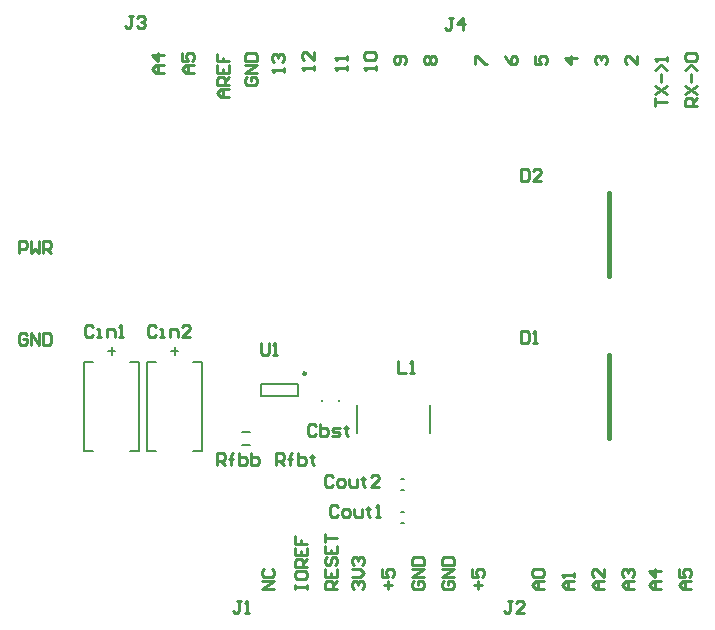
<source format=gto>
G04*
G04 #@! TF.GenerationSoftware,Altium Limited,Altium Designer,22.10.1 (41)*
G04*
G04 Layer_Color=65535*
%FSLAX44Y44*%
%MOMM*%
G71*
G04*
G04 #@! TF.SameCoordinates,3906EDFC-F3CD-4CEC-90A2-A8884CA3E33F*
G04*
G04*
G04 #@! TF.FilePolarity,Positive*
G04*
G01*
G75*
%ADD10C,0.2500*%
%ADD11C,0.2000*%
%ADD12C,0.4000*%
%ADD13C,0.2540*%
D10*
X312010Y223580D02*
G03*
X312010Y223580I-1250J0D01*
G01*
D11*
X274060Y204580D02*
Y214580D01*
X305060Y204580D02*
Y214580D01*
X274060Y204580D02*
X305060D01*
X274060Y214580D02*
X305060D01*
X197660Y242580D02*
X203660D01*
X200660Y239580D02*
Y245580D01*
X177660Y157580D02*
X185260D01*
X216060D02*
X223660D01*
Y233580D01*
X177660D02*
X185260D01*
X216060D02*
X223660D01*
X177660Y157580D02*
Y233580D01*
X355080Y173030D02*
Y196530D01*
X417080Y173030D02*
Y196530D01*
X257962Y163152D02*
X264262D01*
X257962Y173652D02*
X264262D01*
X325490Y199910D02*
Y201410D01*
X339990Y199910D02*
Y201410D01*
X392200Y133790D02*
X395200D01*
X392200Y125290D02*
X395200D01*
X144320Y242580D02*
X150320D01*
X147320Y239580D02*
Y245580D01*
X124320Y157580D02*
X131920D01*
X162720D02*
X170320D01*
Y233580D01*
X124320D02*
X131920D01*
X162720D02*
X170320D01*
X124320Y157580D02*
Y233580D01*
X392200Y105850D02*
X395200D01*
X392200Y97350D02*
X395200D01*
D12*
X568312Y306376D02*
Y376376D01*
Y169216D02*
Y239216D01*
D13*
X485987Y30478D02*
X482602D01*
X484294D01*
Y22014D01*
X482602Y20322D01*
X480909D01*
X479216Y22014D01*
X496144Y20322D02*
X489373D01*
X496144Y27093D01*
Y28786D01*
X494451Y30478D01*
X491066D01*
X489373Y28786D01*
X165693Y526032D02*
X162308D01*
X164000D01*
Y517568D01*
X162308Y515876D01*
X160615D01*
X158922Y517568D01*
X169079Y524340D02*
X170772Y526032D01*
X174157D01*
X175850Y524340D01*
Y522647D01*
X174157Y520954D01*
X172464D01*
X174157D01*
X175850Y519261D01*
Y517568D01*
X174157Y515876D01*
X170772D01*
X169079Y517568D01*
X436711Y524254D02*
X433326D01*
X435018D01*
Y515790D01*
X433326Y514098D01*
X431633D01*
X429940Y515790D01*
X445175Y514098D02*
Y524254D01*
X440097Y519176D01*
X446868D01*
X273812Y248917D02*
Y240453D01*
X275505Y238760D01*
X278890D01*
X280583Y240453D01*
Y248917D01*
X283969Y238760D02*
X287354D01*
X285662D01*
Y248917D01*
X283969Y247224D01*
X286178Y146052D02*
Y156208D01*
X291257D01*
X292950Y154516D01*
Y151130D01*
X291257Y149437D01*
X286178D01*
X289564D02*
X292950Y146052D01*
X298028D02*
Y154516D01*
Y151130D01*
X296335D01*
X299721D01*
X298028D01*
Y154516D01*
X299721Y156208D01*
X304799D02*
Y146052D01*
X309877D01*
X311570Y147744D01*
Y149437D01*
Y151130D01*
X309877Y152823D01*
X304799D01*
X316649Y154516D02*
Y152823D01*
X314956D01*
X318342D01*
X316649D01*
Y147744D01*
X318342Y146052D01*
X184825Y262718D02*
X183132Y264411D01*
X179747D01*
X178054Y262718D01*
Y255947D01*
X179747Y254254D01*
X183132D01*
X184825Y255947D01*
X188211Y254254D02*
X191596D01*
X189904D01*
Y261025D01*
X188211D01*
X196675Y254254D02*
Y261025D01*
X201753D01*
X203446Y259332D01*
Y254254D01*
X213603D02*
X206831D01*
X213603Y261025D01*
Y262718D01*
X211910Y264411D01*
X208524D01*
X206831Y262718D01*
X389469Y233678D02*
Y223522D01*
X396240D01*
X399626D02*
X403011D01*
X401318D01*
Y233678D01*
X399626Y231986D01*
X236226Y146052D02*
Y156208D01*
X241304D01*
X242997Y154516D01*
Y151130D01*
X241304Y149437D01*
X236226D01*
X239611D02*
X242997Y146052D01*
X248075D02*
Y154516D01*
Y151130D01*
X246383D01*
X249768D01*
X248075D01*
Y154516D01*
X249768Y156208D01*
X254846D02*
Y146052D01*
X259925D01*
X261618Y147744D01*
Y149437D01*
Y151130D01*
X259925Y152823D01*
X254846D01*
X265003Y156208D02*
Y146052D01*
X270082D01*
X271774Y147744D01*
Y149437D01*
Y151130D01*
X270082Y152823D01*
X265003D01*
X320043Y178646D02*
X318351Y180338D01*
X314965D01*
X313272Y178646D01*
Y171874D01*
X314965Y170182D01*
X318351D01*
X320043Y171874D01*
X323429Y180338D02*
Y170182D01*
X328507D01*
X330200Y171874D01*
Y173567D01*
Y175260D01*
X328507Y176953D01*
X323429D01*
X333586Y170182D02*
X338664D01*
X340357Y171874D01*
X338664Y173567D01*
X335278D01*
X333586Y175260D01*
X335278Y176953D01*
X340357D01*
X345435Y178646D02*
Y176953D01*
X343742D01*
X347128D01*
X345435D01*
Y171874D01*
X347128Y170182D01*
X494030Y396237D02*
Y386080D01*
X499108D01*
X500801Y387773D01*
Y394544D01*
X499108Y396237D01*
X494030D01*
X510958Y386080D02*
X504187D01*
X510958Y392851D01*
Y394544D01*
X509265Y396237D01*
X505880D01*
X504187Y394544D01*
X334439Y135466D02*
X332746Y137158D01*
X329360D01*
X327667Y135466D01*
Y128694D01*
X329360Y127002D01*
X332746D01*
X334439Y128694D01*
X339517Y127002D02*
X342902D01*
X344595Y128694D01*
Y132080D01*
X342902Y133773D01*
X339517D01*
X337824Y132080D01*
Y128694D01*
X339517Y127002D01*
X347981Y133773D02*
Y128694D01*
X349674Y127002D01*
X354752D01*
Y133773D01*
X359830Y135466D02*
Y133773D01*
X358138D01*
X361523D01*
X359830D01*
Y128694D01*
X361523Y127002D01*
X373373D02*
X366601D01*
X373373Y133773D01*
Y135466D01*
X371680Y137158D01*
X368294D01*
X366601Y135466D01*
X131485Y262718D02*
X129792Y264411D01*
X126407D01*
X124714Y262718D01*
Y255947D01*
X126407Y254254D01*
X129792D01*
X131485Y255947D01*
X134871Y254254D02*
X138256D01*
X136564D01*
Y261025D01*
X134871D01*
X143335Y254254D02*
Y261025D01*
X148413D01*
X150106Y259332D01*
Y254254D01*
X153491D02*
X156877D01*
X155184D01*
Y264411D01*
X153491Y262718D01*
X338671Y110066D02*
X336978Y111758D01*
X333593D01*
X331900Y110066D01*
Y103294D01*
X333593Y101602D01*
X336978D01*
X338671Y103294D01*
X343750Y101602D02*
X347135D01*
X348828Y103294D01*
Y106680D01*
X347135Y108373D01*
X343750D01*
X342057Y106680D01*
Y103294D01*
X343750Y101602D01*
X352214Y108373D02*
Y103294D01*
X353906Y101602D01*
X358985D01*
Y108373D01*
X364063Y110066D02*
Y108373D01*
X362370D01*
X365756D01*
X364063D01*
Y103294D01*
X365756Y101602D01*
X370834D02*
X374220D01*
X372527D01*
Y111758D01*
X370834Y110066D01*
X494030Y259077D02*
Y248920D01*
X499108D01*
X500801Y250613D01*
Y257384D01*
X499108Y259077D01*
X494030D01*
X504187Y248920D02*
X507572D01*
X505880D01*
Y259077D01*
X504187Y257384D01*
X256540Y30478D02*
X253154D01*
X254847D01*
Y22014D01*
X253154Y20322D01*
X251462D01*
X249769Y22014D01*
X259926Y20322D02*
X263311D01*
X261618D01*
Y30478D01*
X259926Y28786D01*
X284480Y40640D02*
X274323D01*
X284480Y47411D01*
X274323D01*
X276016Y57568D02*
X274323Y55875D01*
Y52490D01*
X276016Y50797D01*
X282787D01*
X284480Y52490D01*
Y55875D01*
X282787Y57568D01*
X302263Y40640D02*
Y44026D01*
Y42333D01*
X312420D01*
Y40640D01*
Y44026D01*
X302263Y54182D02*
Y50797D01*
X303956Y49104D01*
X310727D01*
X312420Y50797D01*
Y54182D01*
X310727Y55875D01*
X303956D01*
X302263Y54182D01*
X312420Y59261D02*
X302263D01*
Y64339D01*
X303956Y66032D01*
X307342D01*
X309034Y64339D01*
Y59261D01*
Y62646D02*
X312420Y66032D01*
X302263Y76189D02*
Y69417D01*
X312420D01*
Y76189D01*
X307342Y69417D02*
Y72803D01*
X302263Y86345D02*
Y79574D01*
X307342D01*
Y82960D01*
Y79574D01*
X312420D01*
X337820Y40640D02*
X327663D01*
Y45718D01*
X329356Y47411D01*
X332742D01*
X334434Y45718D01*
Y40640D01*
Y44026D02*
X337820Y47411D01*
X327663Y57568D02*
Y50797D01*
X337820D01*
Y57568D01*
X332742Y50797D02*
Y54182D01*
X329356Y67725D02*
X327663Y66032D01*
Y62646D01*
X329356Y60953D01*
X331049D01*
X332742Y62646D01*
Y66032D01*
X334434Y67725D01*
X336127D01*
X337820Y66032D01*
Y62646D01*
X336127Y60953D01*
X327663Y77881D02*
Y71110D01*
X337820D01*
Y77881D01*
X332742Y71110D02*
Y74496D01*
X327663Y81267D02*
Y88038D01*
Y84653D01*
X337820D01*
X352216Y40640D02*
X350523Y42333D01*
Y45718D01*
X352216Y47411D01*
X353909D01*
X355602Y45718D01*
Y44026D01*
Y45718D01*
X357294Y47411D01*
X358987D01*
X360680Y45718D01*
Y42333D01*
X358987Y40640D01*
X350523Y50797D02*
X357294D01*
X360680Y54182D01*
X357294Y57568D01*
X350523D01*
X352216Y60953D02*
X350523Y62646D01*
Y66032D01*
X352216Y67725D01*
X353909D01*
X355602Y66032D01*
Y64339D01*
Y66032D01*
X357294Y67725D01*
X358987D01*
X360680Y66032D01*
Y62646D01*
X358987Y60953D01*
X381002Y40640D02*
Y47411D01*
X377616Y44026D02*
X384387D01*
X375923Y57568D02*
Y50797D01*
X381002D01*
X379309Y54182D01*
Y55875D01*
X381002Y57568D01*
X384387D01*
X386080Y55875D01*
Y52490D01*
X384387Y50797D01*
X403016Y47411D02*
X401323Y45718D01*
Y42333D01*
X403016Y40640D01*
X409787D01*
X411480Y42333D01*
Y45718D01*
X409787Y47411D01*
X406402D01*
Y44026D01*
X411480Y50797D02*
X401323D01*
X411480Y57568D01*
X401323D01*
Y60953D02*
X411480D01*
Y66032D01*
X409787Y67725D01*
X403016D01*
X401323Y66032D01*
Y60953D01*
X428416Y47411D02*
X426723Y45718D01*
Y42333D01*
X428416Y40640D01*
X435187D01*
X436880Y42333D01*
Y45718D01*
X435187Y47411D01*
X431802D01*
Y44026D01*
X436880Y50797D02*
X426723D01*
X436880Y57568D01*
X426723D01*
Y60953D02*
X436880D01*
Y66032D01*
X435187Y67725D01*
X428416D01*
X426723Y66032D01*
Y60953D01*
X457202Y40640D02*
Y47411D01*
X453816Y44026D02*
X460587D01*
X452123Y57568D02*
Y50797D01*
X457202D01*
X455509Y54182D01*
Y55875D01*
X457202Y57568D01*
X460587D01*
X462280Y55875D01*
Y52490D01*
X460587Y50797D01*
X513080Y40640D02*
X506309D01*
X502923Y44026D01*
X506309Y47411D01*
X513080D01*
X508002D01*
Y40640D01*
X504616Y50797D02*
X502923Y52490D01*
Y55875D01*
X504616Y57568D01*
X511387D01*
X513080Y55875D01*
Y52490D01*
X511387Y50797D01*
X504616D01*
X538480Y40640D02*
X531709D01*
X528323Y44026D01*
X531709Y47411D01*
X538480D01*
X533402D01*
Y40640D01*
X538480Y50797D02*
Y54182D01*
Y52490D01*
X528323D01*
X530016Y50797D01*
X563880Y40640D02*
X557109D01*
X553723Y44026D01*
X557109Y47411D01*
X563880D01*
X558802D01*
Y40640D01*
X563880Y57568D02*
Y50797D01*
X557109Y57568D01*
X555416D01*
X553723Y55875D01*
Y52490D01*
X555416Y50797D01*
X589280Y40640D02*
X582509D01*
X579123Y44026D01*
X582509Y47411D01*
X589280D01*
X584202D01*
Y40640D01*
X580816Y50797D02*
X579123Y52490D01*
Y55875D01*
X580816Y57568D01*
X582509D01*
X584202Y55875D01*
Y54182D01*
Y55875D01*
X585894Y57568D01*
X587587D01*
X589280Y55875D01*
Y52490D01*
X587587Y50797D01*
X612140Y40640D02*
X605369D01*
X601983Y44026D01*
X605369Y47411D01*
X612140D01*
X607062D01*
Y40640D01*
X612140Y55875D02*
X601983D01*
X607062Y50797D01*
Y57568D01*
X637540Y40640D02*
X630769D01*
X627383Y44026D01*
X630769Y47411D01*
X637540D01*
X632462D01*
Y40640D01*
X627383Y57568D02*
Y50797D01*
X632462D01*
X630769Y54182D01*
Y55875D01*
X632462Y57568D01*
X635847D01*
X637540Y55875D01*
Y52490D01*
X635847Y50797D01*
X75351Y256114D02*
X73658Y257807D01*
X70273D01*
X68580Y256114D01*
Y249343D01*
X70273Y247650D01*
X73658D01*
X75351Y249343D01*
Y252728D01*
X71966D01*
X78737Y247650D02*
Y257807D01*
X85508Y247650D01*
Y257807D01*
X88893D02*
Y247650D01*
X93972D01*
X95665Y249343D01*
Y256114D01*
X93972Y257807D01*
X88893D01*
X68580Y325120D02*
Y335277D01*
X73658D01*
X75351Y333584D01*
Y330198D01*
X73658Y328506D01*
X68580D01*
X78737Y335277D02*
Y325120D01*
X82122Y328506D01*
X85508Y325120D01*
Y335277D01*
X88893Y325120D02*
Y335277D01*
X93972D01*
X95665Y333584D01*
Y330198D01*
X93972Y328506D01*
X88893D01*
X92279D02*
X95665Y325120D01*
X370840Y480060D02*
Y483446D01*
Y481753D01*
X360683D01*
X362376Y480060D01*
Y488524D02*
X360683Y490217D01*
Y493602D01*
X362376Y495295D01*
X369147D01*
X370840Y493602D01*
Y490217D01*
X369147Y488524D01*
X362376D01*
X191770Y477520D02*
X184999D01*
X181613Y480906D01*
X184999Y484291D01*
X191770D01*
X186692D01*
Y477520D01*
X191770Y492755D02*
X181613D01*
X186692Y487677D01*
Y494448D01*
X217170Y477520D02*
X210399D01*
X207013Y480906D01*
X210399Y484291D01*
X217170D01*
X212092D01*
Y477520D01*
X207013Y494448D02*
Y487677D01*
X212092D01*
X210399Y491062D01*
Y492755D01*
X212092Y494448D01*
X215477D01*
X217170Y492755D01*
Y489370D01*
X215477Y487677D01*
X246380Y457200D02*
X239609D01*
X236223Y460586D01*
X239609Y463971D01*
X246380D01*
X241302D01*
Y457200D01*
X246380Y467357D02*
X236223D01*
Y472435D01*
X237916Y474128D01*
X241302D01*
X242994Y472435D01*
Y467357D01*
Y470742D02*
X246380Y474128D01*
X236223Y484285D02*
Y477513D01*
X246380D01*
Y484285D01*
X241302Y477513D02*
Y480899D01*
X236223Y494441D02*
Y487670D01*
X241302D01*
Y491056D01*
Y487670D01*
X246380D01*
X262046Y474131D02*
X260353Y472438D01*
Y469053D01*
X262046Y467360D01*
X268817D01*
X270510Y469053D01*
Y472438D01*
X268817Y474131D01*
X265432D01*
Y470746D01*
X270510Y477517D02*
X260353D01*
X270510Y484288D01*
X260353D01*
Y487673D02*
X270510D01*
Y492752D01*
X268817Y494445D01*
X262046D01*
X260353Y492752D01*
Y487673D01*
X293370Y478790D02*
Y482176D01*
Y480483D01*
X283213D01*
X284906Y478790D01*
Y487254D02*
X283213Y488947D01*
Y492332D01*
X284906Y494025D01*
X286599D01*
X288292Y492332D01*
Y490639D01*
Y492332D01*
X289984Y494025D01*
X291677D01*
X293370Y492332D01*
Y488947D01*
X291677Y487254D01*
X318770Y480060D02*
Y483446D01*
Y481753D01*
X308613D01*
X310306Y480060D01*
X318770Y495295D02*
Y488524D01*
X311999Y495295D01*
X310306D01*
X308613Y493602D01*
Y490217D01*
X310306Y488524D01*
X346710Y480060D02*
Y483446D01*
Y481753D01*
X336553D01*
X338246Y480060D01*
X346710Y488524D02*
Y491909D01*
Y490217D01*
X336553D01*
X338246Y488524D01*
X394547Y485140D02*
X396240Y486833D01*
Y490218D01*
X394547Y491911D01*
X387776D01*
X386083Y490218D01*
Y486833D01*
X387776Y485140D01*
X389469D01*
X391162Y486833D01*
Y491911D01*
X413176Y485140D02*
X411483Y486833D01*
Y490218D01*
X413176Y491911D01*
X414869D01*
X416562Y490218D01*
X418254Y491911D01*
X419947D01*
X421640Y490218D01*
Y486833D01*
X419947Y485140D01*
X418254D01*
X416562Y486833D01*
X414869Y485140D01*
X413176D01*
X416562Y486833D02*
Y490218D01*
X454663Y485140D02*
Y491911D01*
X456356D01*
X463127Y485140D01*
X464820D01*
X480063Y491911D02*
X481756Y488526D01*
X485142Y485140D01*
X488527D01*
X490220Y486833D01*
Y490218D01*
X488527Y491911D01*
X486834D01*
X485142Y490218D01*
Y485140D01*
X505463Y491911D02*
Y485140D01*
X510542D01*
X508849Y488526D01*
Y490218D01*
X510542Y491911D01*
X513927D01*
X515620Y490218D01*
Y486833D01*
X513927Y485140D01*
X541020Y490218D02*
X530863D01*
X535942Y485140D01*
Y491911D01*
X557956Y485140D02*
X556263Y486833D01*
Y490218D01*
X557956Y491911D01*
X559649D01*
X561342Y490218D01*
Y488526D01*
Y490218D01*
X563034Y491911D01*
X564727D01*
X566420Y490218D01*
Y486833D01*
X564727Y485140D01*
X591820Y491911D02*
Y485140D01*
X585049Y491911D01*
X583356D01*
X581663Y490218D01*
Y486833D01*
X583356Y485140D01*
X607063Y449580D02*
Y456351D01*
Y452966D01*
X617220D01*
X607063Y459737D02*
X617220Y466508D01*
X607063D02*
X617220Y459737D01*
X612142Y469893D02*
Y476665D01*
X617220Y480050D02*
X612142Y485129D01*
X607063Y480050D01*
X617220Y488514D02*
Y491900D01*
Y490207D01*
X607063D01*
X608756Y488514D01*
X642620Y449580D02*
X632463D01*
Y454658D01*
X634156Y456351D01*
X637542D01*
X639234Y454658D01*
Y449580D01*
Y452966D02*
X642620Y456351D01*
X632463Y459737D02*
X642620Y466508D01*
X632463D02*
X642620Y459737D01*
X637542Y469893D02*
Y476665D01*
X642620Y480050D02*
X637542Y485129D01*
X632463Y480050D01*
X634156Y488514D02*
X632463Y490207D01*
Y493592D01*
X634156Y495285D01*
X640927D01*
X642620Y493592D01*
Y490207D01*
X640927Y488514D01*
X634156D01*
M02*

</source>
